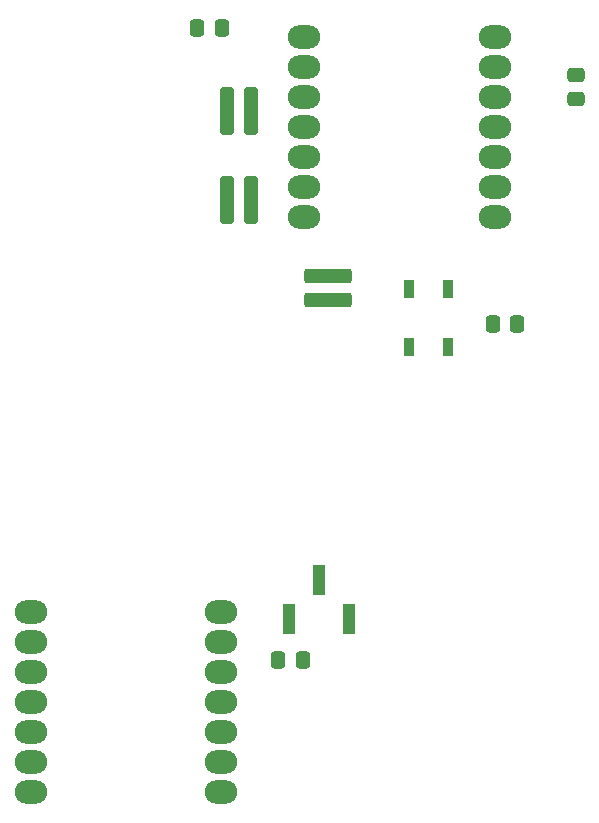
<source format=gbr>
%TF.GenerationSoftware,KiCad,Pcbnew,8.0.8*%
%TF.CreationDate,2025-02-05T21:11:50-08:00*%
%TF.ProjectId,KiCad,4b694361-642e-46b6-9963-61645f706362,1*%
%TF.SameCoordinates,Original*%
%TF.FileFunction,Paste,Top*%
%TF.FilePolarity,Positive*%
%FSLAX46Y46*%
G04 Gerber Fmt 4.6, Leading zero omitted, Abs format (unit mm)*
G04 Created by KiCad (PCBNEW 8.0.8) date 2025-02-05 21:11:50*
%MOMM*%
%LPD*%
G01*
G04 APERTURE LIST*
G04 Aperture macros list*
%AMRoundRect*
0 Rectangle with rounded corners*
0 $1 Rounding radius*
0 $2 $3 $4 $5 $6 $7 $8 $9 X,Y pos of 4 corners*
0 Add a 4 corners polygon primitive as box body*
4,1,4,$2,$3,$4,$5,$6,$7,$8,$9,$2,$3,0*
0 Add four circle primitives for the rounded corners*
1,1,$1+$1,$2,$3*
1,1,$1+$1,$4,$5*
1,1,$1+$1,$6,$7*
1,1,$1+$1,$8,$9*
0 Add four rect primitives between the rounded corners*
20,1,$1+$1,$2,$3,$4,$5,0*
20,1,$1+$1,$4,$5,$6,$7,0*
20,1,$1+$1,$6,$7,$8,$9,0*
20,1,$1+$1,$8,$9,$2,$3,0*%
G04 Aperture macros list end*
%ADD10RoundRect,1.000000X-0.375000X-0.000010X0.375000X-0.000010X0.375000X0.000010X-0.375000X0.000010X0*%
%ADD11RoundRect,0.250000X-1.775000X0.350000X-1.775000X-0.350000X1.775000X-0.350000X1.775000X0.350000X0*%
%ADD12RoundRect,0.250000X-0.350000X-1.775000X0.350000X-1.775000X0.350000X1.775000X-0.350000X1.775000X0*%
%ADD13RoundRect,0.090000X0.360000X-0.660000X0.360000X0.660000X-0.360000X0.660000X-0.360000X-0.660000X0*%
%ADD14RoundRect,0.250000X-0.337500X-0.475000X0.337500X-0.475000X0.337500X0.475000X-0.337500X0.475000X0*%
%ADD15RoundRect,0.250000X0.475000X-0.337500X0.475000X0.337500X-0.475000X0.337500X-0.475000X-0.337500X0*%
%ADD16R,1.000000X2.510000*%
G04 APERTURE END LIST*
D10*
%TO.C,U3*%
X172665000Y-111880000D03*
X172665000Y-114420000D03*
X172665000Y-116960000D03*
X172665000Y-119500000D03*
X172665000Y-122040000D03*
X172665000Y-124580000D03*
X172665000Y-127120000D03*
X156500000Y-111880000D03*
X156500000Y-114420000D03*
X156500000Y-116960000D03*
X156500000Y-119500000D03*
X156500000Y-122040000D03*
X156500000Y-124580000D03*
X156500000Y-127120000D03*
%TD*%
%TO.C,U1*%
X195840000Y-63260000D03*
X195840000Y-65800000D03*
X195840000Y-68340000D03*
X195840000Y-70880000D03*
X195840000Y-73420000D03*
X195840000Y-75960000D03*
X195840000Y-78500000D03*
X179675000Y-63260000D03*
X179675000Y-65800000D03*
X179675000Y-68340000D03*
X179675000Y-70880000D03*
X179675000Y-73420000D03*
X179675000Y-75960000D03*
X179675000Y-78500000D03*
%TD*%
D11*
%TO.C,R3*%
X181675000Y-85525000D03*
X181675000Y-83475000D03*
%TD*%
D12*
%TO.C,R2*%
X175200000Y-77000000D03*
X173150000Y-77000000D03*
%TD*%
%TO.C,R1*%
X175200000Y-69500000D03*
X173150000Y-69500000D03*
%TD*%
D13*
%TO.C,D1*%
X188525000Y-89450000D03*
X191825000Y-89450000D03*
X191825000Y-84550000D03*
X188525000Y-84550000D03*
%TD*%
D14*
%TO.C,C3*%
X172675000Y-62500000D03*
X170600000Y-62500000D03*
%TD*%
%TO.C,C2*%
X195637500Y-87500000D03*
X197712500Y-87500000D03*
%TD*%
D15*
%TO.C,C1*%
X202675000Y-66425000D03*
X202675000Y-68500000D03*
%TD*%
D14*
%TO.C,C4*%
X179537500Y-116000000D03*
X177462500Y-116000000D03*
%TD*%
D16*
%TO.C,J1*%
X183500000Y-112500000D03*
X180960000Y-109190000D03*
X178420000Y-112500000D03*
%TD*%
M02*

</source>
